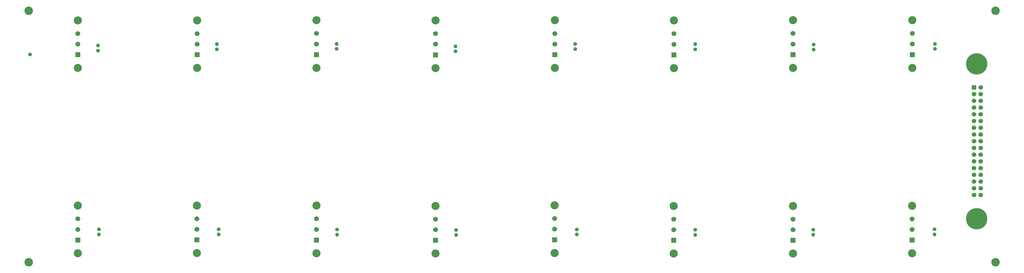
<source format=gbr>
%TF.GenerationSoftware,KiCad,Pcbnew,(6.0.9)*%
%TF.CreationDate,2022-12-09T14:18:13+01:00*%
%TF.ProjectId,seq,7365712e-6b69-4636-9164-5f7063625858,rev?*%
%TF.SameCoordinates,Original*%
%TF.FileFunction,Soldermask,Top*%
%TF.FilePolarity,Negative*%
%FSLAX46Y46*%
G04 Gerber Fmt 4.6, Leading zero omitted, Abs format (unit mm)*
G04 Created by KiCad (PCBNEW (6.0.9)) date 2022-12-09 14:18:13*
%MOMM*%
%LPD*%
G01*
G04 APERTURE LIST*
G04 Aperture macros list*
%AMRoundRect*
0 Rectangle with rounded corners*
0 $1 Rounding radius*
0 $2 $3 $4 $5 $6 $7 $8 $9 X,Y pos of 4 corners*
0 Add a 4 corners polygon primitive as box body*
4,1,4,$2,$3,$4,$5,$6,$7,$8,$9,$2,$3,0*
0 Add four circle primitives for the rounded corners*
1,1,$1+$1,$2,$3*
1,1,$1+$1,$4,$5*
1,1,$1+$1,$6,$7*
1,1,$1+$1,$8,$9*
0 Add four rect primitives between the rounded corners*
20,1,$1+$1,$2,$3,$4,$5,0*
20,1,$1+$1,$4,$5,$6,$7,0*
20,1,$1+$1,$6,$7,$8,$9,0*
20,1,$1+$1,$8,$9,$2,$3,0*%
G04 Aperture macros list end*
%ADD10C,1.400000*%
%ADD11C,3.048000*%
%ADD12R,1.828800X1.828800*%
%ADD13C,1.828800*%
%ADD14O,1.400000X1.400000*%
%ADD15C,3.200000*%
%ADD16RoundRect,0.250000X-0.600000X-0.600000X0.600000X-0.600000X0.600000X0.600000X-0.600000X0.600000X0*%
%ADD17C,1.700000*%
%ADD18C,8.000000*%
G04 APERTURE END LIST*
D10*
%TO.C,3.3v1*%
X-16010000Y-58210000D03*
%TD*%
D11*
%TO.C,J5*%
X182060000Y-45288240D03*
X182060000Y-63291760D03*
D12*
X182060000Y-58290500D03*
D13*
X182060000Y-54290000D03*
X182060000Y-50289500D03*
%TD*%
D11*
%TO.C,J4*%
X137020000Y-45338240D03*
X137020000Y-63341760D03*
D12*
X137020000Y-58340500D03*
D13*
X137020000Y-54340000D03*
X137020000Y-50339500D03*
%TD*%
D11*
%TO.C,J8*%
X317020000Y-45258240D03*
X317020000Y-63261760D03*
D12*
X317020000Y-58260500D03*
D13*
X317020000Y-54260000D03*
X317020000Y-50259500D03*
%TD*%
D11*
%TO.C,J14*%
X226990000Y-115398240D03*
X226990000Y-133401760D03*
D12*
X226990000Y-128400500D03*
D13*
X226990000Y-124400000D03*
X226990000Y-120399500D03*
%TD*%
D11*
%TO.C,J11*%
X92060000Y-133301760D03*
X92060000Y-115298240D03*
D12*
X92060000Y-128300500D03*
D13*
X92060000Y-124300000D03*
X92060000Y-120299500D03*
%TD*%
D10*
%TO.C,R16*%
X325410000Y-124265000D03*
D14*
X325410000Y-126165000D03*
%TD*%
D15*
%TO.C,REF\u002A\u002A*%
X348450000Y-136700000D03*
%TD*%
D16*
%TO.C,J17*%
X340297500Y-70680000D03*
D17*
X342837500Y-70680000D03*
X340297500Y-73220000D03*
X342837500Y-73220000D03*
X340297500Y-75760000D03*
X342837500Y-75760000D03*
X340297500Y-78300000D03*
X342837500Y-78300000D03*
X340297500Y-80840000D03*
X342837500Y-80840000D03*
X340297500Y-83380000D03*
X342837500Y-83380000D03*
X340297500Y-85920000D03*
X342837500Y-85920000D03*
X340297500Y-88460000D03*
X342837500Y-88460000D03*
X340297500Y-91000000D03*
X342837500Y-91000000D03*
X340297500Y-93540000D03*
X342837500Y-93540000D03*
X340297500Y-96080000D03*
X342837500Y-96080000D03*
X340297500Y-98620000D03*
X342837500Y-98620000D03*
X340297500Y-101160000D03*
X342837500Y-101160000D03*
X340297500Y-103700000D03*
X342837500Y-103700000D03*
X340297500Y-106240000D03*
X342837500Y-106240000D03*
X340297500Y-108780000D03*
X342837500Y-108780000D03*
X340297500Y-111320000D03*
X342837500Y-111320000D03*
D18*
X341317500Y-61740000D03*
X341317500Y-120260000D03*
%TD*%
D10*
%TO.C,R15*%
X279630000Y-124395000D03*
D14*
X279630000Y-126295000D03*
%TD*%
D15*
%TO.C,REF\u002A\u002A*%
X348450000Y-41700000D03*
%TD*%
D10*
%TO.C,R11*%
X99850000Y-124370000D03*
D14*
X99850000Y-126270000D03*
%TD*%
D11*
%TO.C,J13*%
X182000000Y-133191760D03*
X182000000Y-115188240D03*
D12*
X182000000Y-128190500D03*
D13*
X182000000Y-124190000D03*
X182000000Y-120189500D03*
%TD*%
D10*
%TO.C,R6*%
X235100000Y-56240000D03*
D14*
X235100000Y-54340000D03*
%TD*%
D10*
%TO.C,R3*%
X99700000Y-56120000D03*
D14*
X99700000Y-54220000D03*
%TD*%
D11*
%TO.C,J9*%
X2010000Y-115298240D03*
X2010000Y-133301760D03*
D12*
X2010000Y-128300500D03*
D13*
X2010000Y-124300000D03*
X2010000Y-120299500D03*
%TD*%
D11*
%TO.C,J3*%
X92110000Y-63271760D03*
X92110000Y-45268240D03*
D12*
X92110000Y-58270500D03*
D13*
X92110000Y-54270000D03*
X92110000Y-50269500D03*
%TD*%
D11*
%TO.C,J10*%
X47000000Y-115238240D03*
X47000000Y-133241760D03*
D12*
X47000000Y-128240500D03*
D13*
X47000000Y-124240000D03*
X47000000Y-120239500D03*
%TD*%
D10*
%TO.C,R5*%
X189830000Y-54260000D03*
D14*
X189830000Y-56160000D03*
%TD*%
D10*
%TO.C,R9*%
X9980000Y-124255000D03*
D14*
X9980000Y-126155000D03*
%TD*%
D10*
%TO.C,R12*%
X144850000Y-124470000D03*
D14*
X144850000Y-126370000D03*
%TD*%
D11*
%TO.C,J7*%
X272000000Y-63271760D03*
X272000000Y-45268240D03*
D12*
X272000000Y-58270500D03*
D13*
X272000000Y-54270000D03*
X272000000Y-50269500D03*
%TD*%
D10*
%TO.C,R7*%
X279830000Y-54470000D03*
D14*
X279830000Y-56370000D03*
%TD*%
D10*
%TO.C,R1*%
X9590000Y-56750000D03*
D14*
X9590000Y-54850000D03*
%TD*%
D10*
%TO.C,R14*%
X235080000Y-124435000D03*
D14*
X235080000Y-126335000D03*
%TD*%
D11*
%TO.C,J6*%
X227010000Y-45358240D03*
X227010000Y-63361760D03*
D12*
X227010000Y-58360500D03*
D13*
X227010000Y-54360000D03*
X227010000Y-50359500D03*
%TD*%
D11*
%TO.C,J16*%
X317000000Y-115318240D03*
X317000000Y-133321760D03*
D12*
X317000000Y-128320500D03*
D13*
X317000000Y-124320000D03*
X317000000Y-120319500D03*
%TD*%
D10*
%TO.C,R13*%
X190380000Y-124305000D03*
D14*
X190380000Y-126205000D03*
%TD*%
D11*
%TO.C,J15*%
X271990000Y-133411760D03*
X271990000Y-115408240D03*
D12*
X271990000Y-128410500D03*
D13*
X271990000Y-124410000D03*
X271990000Y-120409500D03*
%TD*%
D11*
%TO.C,J1*%
X2020000Y-45308240D03*
X2020000Y-63311760D03*
D12*
X2020000Y-58310500D03*
D13*
X2020000Y-54310000D03*
X2020000Y-50309500D03*
%TD*%
D15*
%TO.C,REF\u002A\u002A*%
X-16570000Y-136660000D03*
%TD*%
D10*
%TO.C,R10*%
X55190000Y-124265000D03*
D14*
X55190000Y-126165000D03*
%TD*%
D10*
%TO.C,R2*%
X54520000Y-56230000D03*
D14*
X54520000Y-54330000D03*
%TD*%
D11*
%TO.C,J2*%
X47030000Y-45298240D03*
X47030000Y-63301760D03*
D12*
X47030000Y-58300500D03*
D13*
X47030000Y-54300000D03*
X47030000Y-50299500D03*
%TD*%
D15*
%TO.C,REF\u002A\u002A*%
X-16550000Y-41700000D03*
%TD*%
D10*
%TO.C,R8*%
X325590000Y-54220000D03*
D14*
X325590000Y-56120000D03*
%TD*%
D10*
%TO.C,R4*%
X144570000Y-57040000D03*
D14*
X144570000Y-55140000D03*
%TD*%
D11*
%TO.C,J12*%
X137050000Y-115408240D03*
X137050000Y-133411760D03*
D12*
X137050000Y-128410500D03*
D13*
X137050000Y-124410000D03*
X137050000Y-120409500D03*
%TD*%
M02*

</source>
